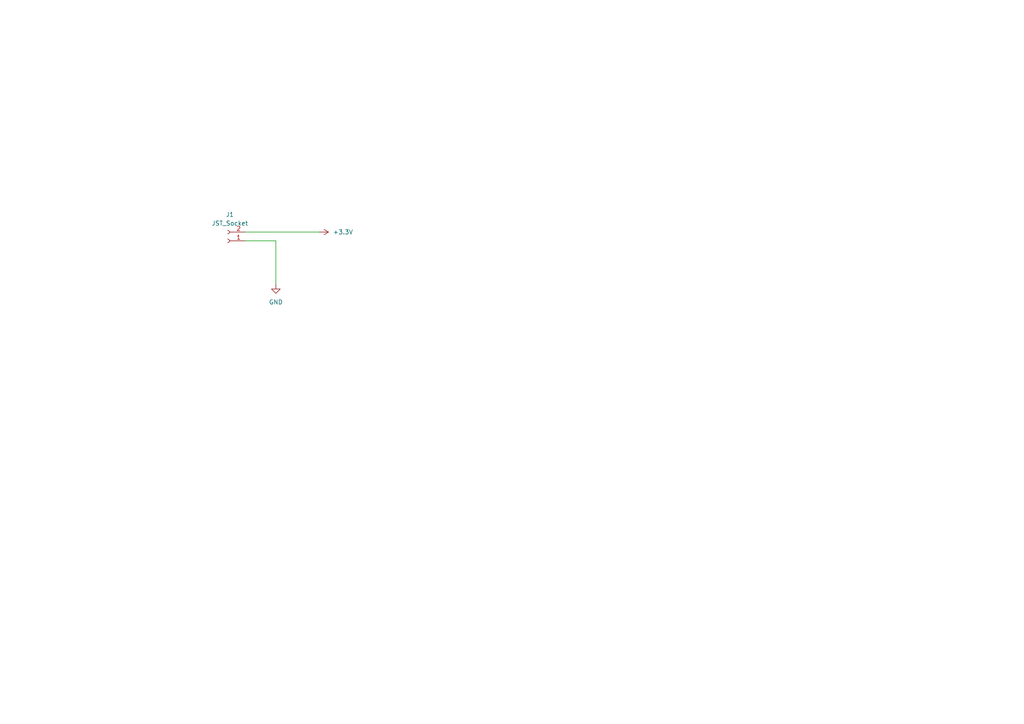
<source format=kicad_sch>
(kicad_sch (version 20250114) (generator "eeschema") (generator_version "9.0")
  (paper "A4")
  (lib_symbols
    (symbol "Connector:Conn_01x02_Socket" (pin_names (offset 1.016) (hide yes))
      (property "Reference" "J" (at 0 2.54 0))
      (property "Value" "Conn_01x02_Socket" (at 0 -5.08 0))
      (symbol "Conn_01x02_Socket_1_1"
        (polyline (pts (xy -1.27 0) (xy -0.508 0)) (stroke (width 0.1524)))
        (polyline (pts (xy -1.27 -2.54) (xy -0.508 -2.54)) (stroke (width 0.1524)))
        (arc (start 0 -0.508) (mid -0.5058 0) (end 0 0.508) (stroke (width 0.1524)))
        (arc (start 0 -3.048) (mid -0.5058 -2.54) (end 0 -2.032) (stroke (width 0.1524)))
        (pin passive line (at -5.08 0 0) (length 3.81) (name "Pin_1") (number "1"))
        (pin passive line (at -5.08 -2.54 0) (length 3.81) (name "Pin_2") (number "2"))
      )
    )
    (symbol "power:+3.3V" (power) (pin_numbers (hide yes)) (pin_names (offset 0) (hide yes))
      (property "Value" "+3.3V" (at 0 3.556 0))
      (symbol "+3.3V_0_1"
        (polyline (pts (xy -0.762 1.27) (xy 0 2.54)))
        (polyline (pts (xy 0 2.54) (xy 0.762 1.27)))
        (polyline (pts (xy 0 0) (xy 0 2.54)))
      )
      (symbol "+3.3V_1_1"
        (pin power_in line (at 0 0 90) (length 0) (name "~") (number "1"))
      )
    )
    (symbol "power:GND" (power) (pin_numbers (hide yes)) (pin_names (offset 0) (hide yes))
      (property "Value" "GND" (at 0 -3.81 0))
      (symbol "GND_0_1"
        (polyline (pts (xy 0 0) (xy 0 -1.27) (xy 1.27 -1.27) (xy 0 -2.54) (xy -1.27 -1.27) (xy 0 -1.27)))
      )
      (symbol "GND_1_1"
        (pin power_in line (at 0 0 270) (length 0) (name "~") (number "1"))
      )
    )
  )
  (wire (pts (xy 71.12 69.85) (xy 80.01 69.85)))
  (wire (pts (xy 71.12 67.31) (xy 92.71 67.31)))
  (wire (pts (xy 80.01 69.85) (xy 80.01 82.55)))
  (symbol (lib_id "Connector:Conn_01x02_Socket") (at 66.04 69.85 180) (unit 1)
    (property "Reference" "J1" (at 66.675 62.23 0))
    (property "Value" "JST_Socket" (at 66.675 64.77 0))
    (property "Description" "Generic connector, single row, 01x02, script generated" (effects (hide yes)))
  )
  (symbol (lib_id "power:GND") (at 80.01 82.55 0) (unit 1)
    (property "Reference" "#PWR01" (effects (hide yes)))
    (property "Value" "GND" (at 80.01 87.63 0))
    (property "Description" "Power symbol creates a global label with name \"GND\" , ground" (effects (hide yes)))
  )
  (symbol (lib_id "power:+3.3V") (at 92.71 67.31 270) (unit 1)
    (property "Reference" "#PWR02" (effects (hide yes)))
    (property "Value" "+3.3V" (at 96.52 67.3099 90) (effects (justify left)))
    (property "Description" "Power symbol creates a global label with name \"+3.3V\"" (effects (hide yes)))
  )
)
</source>
